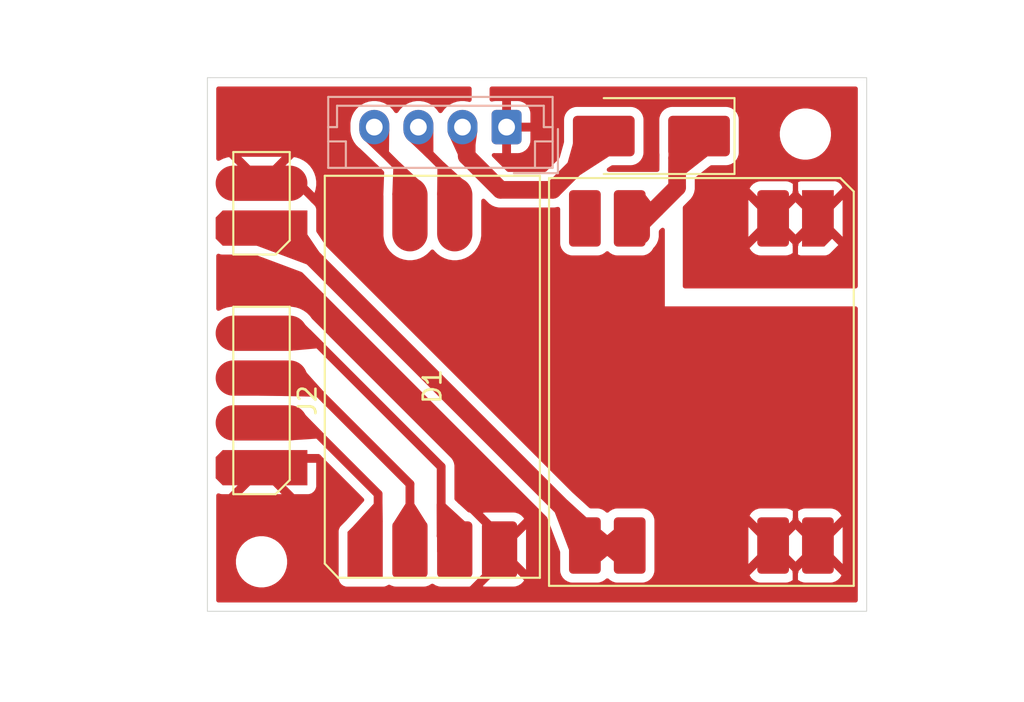
<source format=kicad_pcb>
(kicad_pcb (version 20240108) (generator "pcbnew") (generator_version "8.0")
  (layers (0 "F.Cu" signal) (31 "B.Cu" signal) (34 "B.Paste" user) (35 "F.Paste" user) (36 "B.SilkS" user "B.Silkscreen") (37 "F.SilkS" user "F.Silkscreen") (38 "B.Mask" user) (39 "F.Mask" user) (44 "Edge.Cuts" user))
  (net 0 "")
  (net 1 "Net-(D2-Vin1)")
  (net 2 "+12V")
  (net 3 "GNDA")
  (net 4 "CAN-L")
  (net 5 "CAN-H")
  (net 6 "+3.3V")
  (net 7 "RX")
  (net 8 "GND")
  (net 9 "TX")
  (net 10 "+5V")
  (footprint "Diode_SMD:D_SMB_Handsoldering" (layer "F.Cu") (at 144.272 86.614 180)
    (property "Reference" "D3" (hide yes))
    (property "Value" "D" (hide yes))
    (fp_line (start -4.71 2.15) (end 2.7 2.15) (stroke (width 0.12)) (layer "F.SilkS"))
    (fp_line (start -4.71 -2.15) (end 2.7 -2.15) (stroke (width 0.12)) (layer "F.SilkS"))
    (fp_line (start -4.71 -2.15) (end -4.71 2.15) (stroke (width 0.12)) (layer "F.SilkS"))
    (pad "1" smd roundrect (at -2.7 0 180) (size 3.5 2.3) (layers "F.Cu" "F.Paste" "F.Mask") (roundrect_rratio 0.1086956522) (net 1 "Net-(D2-Vin1)"))
    (pad "2" smd roundrect (at 2.7 0 180) (size 3.5 2.3) (layers "F.Cu" "F.Paste" "F.Mask") (roundrect_rratio 0.1086956522) (net 2 "+12V"))
  )
  (footprint "Connector_Wire:wire-2-2.54" (layer "F.Cu") (at 122.174 88.019 90)
    (property "Reference" "J3" (hide yes))
    (property "Value" "Conn_01x02_Socket")
    (fp_line (start 0.5 -1.6) (end 0.5 1.6) (stroke (width 0.12)) (layer "F.SilkS"))
    (fp_line (start -5.31 -1.6) (end 0.5 -1.6) (stroke (width 0.12)) (layer "F.SilkS"))
    (fp_line (start -5.31 0.8) (end -5.31 -1.6) (stroke (width 0.12)) (layer "F.SilkS"))
    (fp_line (start 0.5 1.6) (end -4.51 1.6) (stroke (width 0.12)) (layer "F.SilkS"))
    (fp_line (start -4.51 1.6) (end -5.31 0.8) (stroke (width 0.12)) (layer "F.SilkS"))
    (pad "1" smd roundrect (at -3.81 0 90) (size 2 5.2) (layers "F.Cu" "F.Paste" "F.Mask") (roundrect_rratio 0) (chamfer_ratio 0.2) (chamfer top_left top_right) (net 10 "+5V"))
    (pad "2" smd oval (at -1.27 0 90) (size 2 5.2) (layers "F.Cu" "F.Paste" "F.Mask") (net 8 "GND"))
  )
  (footprint "Connector_Wire:wire-4-2.54" (layer "F.Cu") (at 122.174 101.6 90)
    (property "Reference" "J2" (at 0 2.6 90) (layer "F.SilkS"))
    (property "Value" "Conn_01x04_Pin")
    (fp_line (start 5.31 -1.6) (end 5.31 1.6) (stroke (width 0.12)) (layer "F.SilkS"))
    (fp_line (start -5.31 -1.6) (end 5.31 -1.6) (stroke (width 0.12)) (layer "F.SilkS"))
    (fp_line (start -5.31 0.8) (end -5.31 -1.6) (stroke (width 0.12)) (layer "F.SilkS"))
    (fp_line (start 5.31 1.6) (end -4.51 1.6) (stroke (width 0.12)) (layer "F.SilkS"))
    (fp_line (start -4.51 1.6) (end -5.31 0.8) (stroke (width 0.12)) (layer "F.SilkS"))
    (pad "1" smd roundrect (at -3.81 0 90) (size 2 5.2) (layers "F.Cu" "F.Paste" "F.Mask") (roundrect_rratio 0) (chamfer_ratio 0.2) (chamfer top_left top_right) (net 8 "GND"))
    (pad "2" smd oval (at -1.27 0 90) (size 2 5.2) (layers "F.Cu" "F.Paste" "F.Mask") (net 6 "+3.3V"))
    (pad "3" smd oval (at 1.27 0 90) (size 2 5.2) (layers "F.Cu" "F.Paste" "F.Mask") (net 9 "TX"))
    (pad "4" smd oval (at 3.81 0 90) (size 2 5.2) (layers "F.Cu" "F.Paste" "F.Mask") (net 7 "RX"))
  )
  (footprint "Module:mp1584" (layer "F.Cu") (at 153.456 91.279 180)
    (property "Reference" "D2" (hide yes))
    (property "Value" "~")
    (fp_line (start 14.986 2.286) (end -1.524 2.286) (stroke (width 0.12)) (layer "F.SilkS"))
    (fp_line (start 14.986 -20.828) (end 14.986 2.286) (stroke (width 0.12)) (layer "F.SilkS"))
    (fp_line (start -1.524 2.286) (end -2.286 1.524) (stroke (width 0.12)) (layer "F.SilkS"))
    (fp_line (start -2.286 1.524) (end -2.286 -20.828) (stroke (width 0.12)) (layer "F.SilkS"))
    (fp_line (start -2.286 -20.828) (end 14.986 -20.828) (stroke (width 0.12)) (layer "F.SilkS"))
    (pad "1" smd roundrect (at -0.254 0 180) (size 1.8 3.2) (layers "F.Cu" "F.Paste" "F.Mask") (roundrect_rratio 0) (chamfer_ratio 0.3) (chamfer top_left) (net 3 "GNDA"))
    (pad "2" smd roundrect (at 2.286 0 180) (size 1.8 3.2) (layers "F.Cu" "F.Paste" "F.Mask") (roundrect_rratio 0.125) (net 3 "GNDA"))
    (pad "3" smd roundrect (at 10.414 0 180) (size 1.8 3.2) (layers "F.Cu" "F.Paste" "F.Mask") (roundrect_rratio 0.125) (net 1 "Net-(D2-Vin1)"))
    (pad "4" smd roundrect (at 12.954 0 180) (size 1.8 3.2) (layers "F.Cu" "F.Paste" "F.Mask") (roundrect_rratio 0.125) (net 1 "Net-(D2-Vin1)"))
    (pad "5" smd roundrect (at 12.954 -18.542 180) (size 1.8 3.2) (layers "F.Cu" "F.Paste" "F.Mask") (roundrect_rratio 0.125) (net 10 "+5V"))
    (pad "6" smd roundrect (at 10.414 -18.542 180) (size 1.8 3.2) (layers "F.Cu" "F.Paste" "F.Mask") (roundrect_rratio 0.125) (net 10 "+5V"))
    (pad "7" smd roundrect (at 2.286 -18.542 180) (size 1.8 3.2) (layers "F.Cu" "F.Paste" "F.Mask") (roundrect_rratio 0.125) (net 8 "GND"))
    (pad "8" smd roundrect (at -0.254 -18.542 180) (size 1.8 3.2) (layers "F.Cu" "F.Paste" "F.Mask") (roundrect_rratio 0.125) (net 8 "GND"))
  )
  (footprint "Module:TJA1050Module" (layer "F.Cu") (at 131.856 100.55)
    (property "Reference" "D1" (at 0 0.25 90) (layer "F.SilkS"))
    (property "Value" "~")
    (fp_line (start -6.096 -11.684) (end 6.096 -11.684) (stroke (width 0.12)) (layer "F.SilkS"))
    (fp_line (start -6.096 10.3) (end -6.096 -11.684) (stroke (width 0.12)) (layer "F.SilkS"))
    (fp_line (start -5.334 11.1) (end -6.096 10.3) (stroke (width 0.12)) (layer "F.SilkS"))
    (fp_line (start 6.096 -11.684) (end 6.096 11.1) (stroke (width 0.12)) (layer "F.SilkS"))
    (fp_line (start 6.096 11.1) (end -5.334 11.1) (stroke (width 0.12)) (layer "F.SilkS"))
    (pad "1" smd roundrect (at -3.81 9.5) (size 2 3.2) (layers "F.Cu" "F.Paste" "F.Mask") (roundrect_rratio 0) (chamfer_ratio 0.3) (chamfer top_left) (net 6 "+3.3V"))
    (pad "2" smd roundrect (at -1.27 9.5) (size 2 3.2) (layers "F.Cu" "F.Paste" "F.Mask") (roundrect_rratio 0.125) (net 9 "TX"))
    (pad "3" smd roundrect (at 1.27 9.5) (size 2 3.2) (layers "F.Cu" "F.Paste" "F.Mask") (roundrect_rratio 0.125) (net 7 "RX"))
    (pad "4" smd roundrect (at 3.81 9.5) (size 2 3.2) (layers "F.Cu" "F.Paste" "F.Mask") (roundrect_rratio 0.125) (net 8 "GND"))
    (pad "5" smd oval (at 1.27 -9.5) (size 2 4.2) (layers "F.Cu" "F.Paste" "F.Mask") (net 4 "CAN-L"))
    (pad "6" smd oval (at -1.27 -9.5) (size 2 4.2) (layers "F.Cu" "F.Paste" "F.Mask") (net 5 "CAN-H"))
  )
  (footprint "MountingHole:MountingHole_2.2mm_M2_DIN965" (layer "F.Cu") (at 122.174 110.744)
    (property "Reference" "H2" (hide yes))
    (property "Value" "MountingHole")
    (pad "" np_thru_hole circle (at 0 0) (size 2.2 2.2) (drill 2.2) (layers "*.Cu" "*.Mask"))
  )
  (footprint "MountingHole:MountingHole_2.2mm_M2_DIN965" (layer "F.Cu") (at 153 86.5)
    (property "Reference" "H1" (hide yes))
    (property "Value" "MountingHole")
    (pad "" np_thru_hole circle (at 0 0) (size 2.2 2.2) (drill 2.2) (layers "*.Cu" "*.Mask"))
  )
  (footprint "Connector_JST:JST_EH_B4B-EH-A_1x04_P2.50mm_Vertical" (layer "B.Cu") (at 136.064 86.106 180)
    (property "Reference" "J1" (hide yes))
    (property "Value" "Conn_01x04_Pin")
    (fp_line (start 10.11 1.71) (end 10.11 -2.31) (stroke (width 0.12)) (layer "B.SilkS"))
    (fp_line (start 10.11 0) (end 9.61 0) (stroke (width 0.12)) (layer "B.SilkS"))
    (fp_line (start 10.11 -2.31) (end -2.61 -2.31) (stroke (width 0.12)) (layer "B.SilkS"))
    (fp_line (start 9.61 1.21) (end -2.11 1.21) (stroke (width 0.12)) (layer "B.SilkS"))
    (fp_line (start 9.61 0) (end 9.61 1.21) (stroke (width 0.12)) (layer "B.SilkS"))
    (fp_line (start 9.11 -0.81) (end 10.11 -0.81) (stroke (width 0.12)) (layer "B.SilkS"))
    (fp_line (start 9.11 -2.31) (end 9.11 -0.81) (stroke (width 0.12)) (layer "B.SilkS"))
    (fp_line (start -0.41 -2.61) (end -2.91 -2.61) (stroke (width 0.12)) (layer "B.SilkS"))
    (fp_line (start -1.61 -0.81) (end -2.61 -0.81) (stroke (width 0.12)) (layer "B.SilkS"))
    (fp_line (start -1.61 -2.31) (end -1.61 -0.81) (stroke (width 0.12)) (layer "B.SilkS"))
    (fp_line (start -2.11 1.21) (end -2.11 0) (stroke (width 0.12)) (layer "B.SilkS"))
    (fp_line (start -2.11 0) (end -2.61 0) (stroke (width 0.12)) (layer "B.SilkS"))
    (fp_line (start -2.61 1.71) (end 10.11 1.71) (stroke (width 0.12)) (layer "B.SilkS"))
    (fp_line (start -2.61 -2.31) (end -2.61 1.71) (stroke (width 0.12)) (layer "B.SilkS"))
    (fp_line (start -2.91 -2.61) (end -2.91 -0.11) (stroke (width 0.12)) (layer "B.SilkS"))
    (pad "1" thru_hole roundrect (at 0 0 180) (size 1.7 1.95) (drill 0.95) (layers "*.Cu" "*.Mask") (roundrect_rratio 0.147059) (net 3 "GNDA"))
    (pad "2" thru_hole oval (at 2.5 0 180) (size 1.7 1.95) (drill 0.95) (layers "*.Cu" "*.Mask") (net 2 "+12V"))
    (pad "3" thru_hole oval (at 5 0 180) (size 1.7 1.95) (drill 0.95) (layers "*.Cu" "*.Mask") (net 4 "CAN-L"))
    (pad "4" thru_hole oval (at 7.5 0 180) (size 1.7 1.95) (drill 0.95) (layers "*.Cu" "*.Mask") (net 5 "CAN-H"))
  )
  (gr_rect (start 119.106 83.304) (end 156.472 113.55) (stroke (width 0.05)) (fill none) (layer "Edge.Cuts"))
  (segment (start 146.972 86.614) (end 145.729424 87.856576) (width 1) (layer "F.Cu") (net 1))
  (segment (start 145.729424 89.520576) (end 143.69 91.56) (width 1) (layer "F.Cu") (net 1))
  (segment (start 143.69 91.56) (end 143.69 92.229) (width 1) (layer "F.Cu") (net 1))
  (segment (start 145.729424 87.856576) (end 145.729424 89.520576) (width 1) (layer "F.Cu") (net 1))
  (segment (start 133.803745 87.747745) (end 135.718 89.662) (width 1) (layer "F.Cu") (net 2))
  (segment (start 133.564 86.106) (end 133.803745 86.345745) (width 1) (layer "F.Cu") (net 2))
  (segment (start 133.803745 86.345745) (end 133.803745 87.747745) (width 1) (layer "F.Cu") (net 2))
  (segment (start 141.572 86.774) (end 141.572 86.614) (width 1) (layer "F.Cu") (net 2))
  (segment (start 135.718 89.662) (end 138.684 89.662) (width 1) (layer "F.Cu") (net 2))
  (segment (start 138.684 89.662) (end 141.572 86.774) (width 1) (layer "F.Cu") (net 2))
  (segment (start 152.437906 90.006906) (end 152.437906 88.881906) (width 0.3) (layer "F.Cu") (net 3))
  (segment (start 152.43109 93.838771) (end 152.43109 92.55791) (width 0.3) (layer "F.Cu") (net 3))
  (segment (start 152.106 94.163861) (end 152.43109 93.838771) (width 0.3) (layer "F.Cu") (net 3))
  (segment (start 153.71 91.279) (end 152.437906 90.006906) (width 0.3) (layer "F.Cu") (net 3))
  (segment (start 152.43109 92.55791) (end 153.71 91.279) (width 0.3) (layer "F.Cu") (net 3))
  (segment (start 152.437906 88.881906) (end 152.356 88.8) (width 0.3) (layer "F.Cu") (net 3))
  (segment (start 131.572 87.516) (end 133.126 89.07) (width 0.5) (layer "F.Cu") (net 4))
  (segment (start 131.572 86.614) (end 131.572 87.516) (width 0.5) (layer "F.Cu") (net 4))
  (segment (start 133.126 89.07) (end 133.126 91.05) (width 0.5) (layer "F.Cu") (net 4))
  (segment (start 131.064 86.106) (end 131.572 86.614) (width 0.5) (layer "F.Cu") (net 4))
  (segment (start 128.564 87.008) (end 130.586 89.03) (width 0.5) (layer "F.Cu") (net 5))
  (segment (start 130.586 89.03) (end 130.586 91.05) (width 0.5) (layer "F.Cu") (net 5))
  (segment (start 128.564 86.106) (end 128.564 87.008) (width 0.5) (layer "F.Cu") (net 5))
  (segment (start 124.745 102.87) (end 128.781881 106.906881) (width 0.5) (layer "F.Cu") (net 6))
  (segment (start 128.781881 106.906881) (end 128.781881 109.314119) (width 0.5) (layer "F.Cu") (net 6))
  (segment (start 122.174 102.87) (end 124.745 102.87) (width 0.5) (layer "F.Cu") (net 6))
  (segment (start 128.781881 109.314119) (end 128.046 110.05) (width 0.5) (layer "F.Cu") (net 6))
  (segment (start 124.79 97.79) (end 132.356 105.356) (width 0.5) (layer "F.Cu") (net 7))
  (segment (start 122.174 97.79) (end 124.79 97.79) (width 0.5) (layer "F.Cu") (net 7))
  (segment (start 132.356 109.28) (end 133.126 110.05) (width 0.5) (layer "F.Cu") (net 7))
  (segment (start 132.356 105.356) (end 132.356 109.28) (width 0.5) (layer "F.Cu") (net 7))
  (segment (start 153.71 109.821) (end 152.437647 108.548647) (width 0.3) (layer "F.Cu") (net 8))
  (segment (start 152.437647 107.636373) (end 152.356 107.554726) (width 0.3) (layer "F.Cu") (net 8))
  (segment (start 133.633311 107.246954) (end 133.491504 107.246954) (width 0.5) (layer "F.Cu") (net 8))
  (segment (start 152.437647 108.548647) (end 152.437647 107.636373) (width 0.3) (layer "F.Cu") (net 8))
  (segment (start 135.666 109.42145) (end 135.666 109.279643) (width 0.5) (layer "F.Cu") (net 8))
  (segment (start 122.174 89.289) (end 124.272238 89.289) (width 0.5) (layer "F.Cu") (net 8))
  (segment (start 151.623044 110.29) (end 152.428568 111.095524) (width 0.3) (layer "F.Cu") (net 8))
  (segment (start 124.272238 89.289) (end 125.506 90.522762) (width 0.5) (layer "F.Cu") (net 8))
  (segment (start 135.666 110.05) (end 135.666 109.42145) (width 0.3) (layer "F.Cu") (net 8))
  (segment (start 135.666 110.871302) (end 135.613708 110.871302) (width 0.5) (layer "F.Cu") (net 8))
  (segment (start 123.34 105.41) (end 123.866491 104.883509) (width 0.5) (layer "F.Cu") (net 8))
  (segment (start 152.428568 111.095524) (end 152.428568 112.268577) (width 0.3) (layer "F.Cu") (net 8))
  (segment (start 151.31 110.29) (end 151.623044 110.29) (width 0.3) (layer "F.Cu") (net 8))
  (segment (start 135.666 110.05) (end 135.666 110.871302) (width 0.3) (layer "F.Cu") (net 8))
  (segment (start 123.34 105.41) (end 124 104.75) (width 0.3) (layer "F.Cu") (net 8))
  (segment (start 123.866491 104.883509) (end 125.345232 104.883509) (width 0.5) (layer "F.Cu") (net 8))
  (segment (start 122.174 105.41) (end 120.78075 105.41) (width 0.3) (layer "F.Cu") (net 8))
  (segment (start 122.174 89.289) (end 120.595853 89.289) (width 0.3) (layer "F.Cu") (net 8))
  (segment (start 122.174 105.41) (end 123.34 105.41) (width 0.3) (layer "F.Cu") (net 8))
  (segment (start 134.053479 112.431531) (end 134.053479 112.483823) (width 0.5) (layer "F.Cu") (net 8))
  (segment (start 125.506 90.522762) (end 125.506 90.55) (width 0.5) (layer "F.Cu") (net 8))
  (segment (start 135.613708 110.871302) (end 134.053479 112.431531) (width 0.5) (layer "F.Cu") (net 8))
  (segment (start 135.666 109.279643) (end 133.633311 107.246954) (width 0.5) (layer "F.Cu") (net 8))
  (segment (start 152.428568 112.268577) (end 152.577638 112.417647) (width 0.3) (layer "F.Cu") (net 8))
  (segment (start 122.174 100.33) (end 124.58 100.33) (width 0.5) (layer "F.Cu") (net 9))
  (segment (start 130.586 106.336) (end 130.586 110.05) (width 0.5) (layer "F.Cu") (net 9))
  (segment (start 124.58 100.33) (end 130.586 106.336) (width 0.5) (layer "F.Cu") (net 9))
  (segment (start 140.756 109.819) (end 140.756 109.2) (width 1) (layer "F.Cu") (net 10))
  (segment (start 140.756 109.819) (end 143.296 109.819) (width 0.3) (layer "F.Cu") (net 10))
  (segment (start 123.385 91.829) (end 122.174 91.829) (width 1) (layer "F.Cu") (net 10))
  (segment (start 140.756 109.2) (end 123.385 91.829) (width 1) (layer "F.Cu") (net 10))
  (zone (net 8) (net_name "GND") (layer "F.Cu") (connect_pads (clearance 0.5)) (min_thickness 0.25) (fill yes (thermal_gap 0.5) (thermal_bridge_width 0.5))
    (polygon (pts (xy 119 83.25) (xy 134.084 83.25) (xy 134.084 89.412) (xy 145.034 89.662) (xy 145.034 96.266) (xy 156.472 96.266) (xy 156.472 113.55) (xy 119.106 113.55)))
  )
  (zone (net 3) (net_name "GNDA") (layer "F.Cu") (priority 1) (connect_pads (clearance 0.5)) (min_thickness 0.25) (fill yes (thermal_gap 0.5) (thermal_bridge_width 0.5))
    (polygon (pts (xy 135.1 83.304) (xy 156.472 83.304) (xy 156.472 95.25) (xy 146.05 95.25) (xy 146.05 88.646) (xy 135.1 88.646)))
  )
)
</source>
